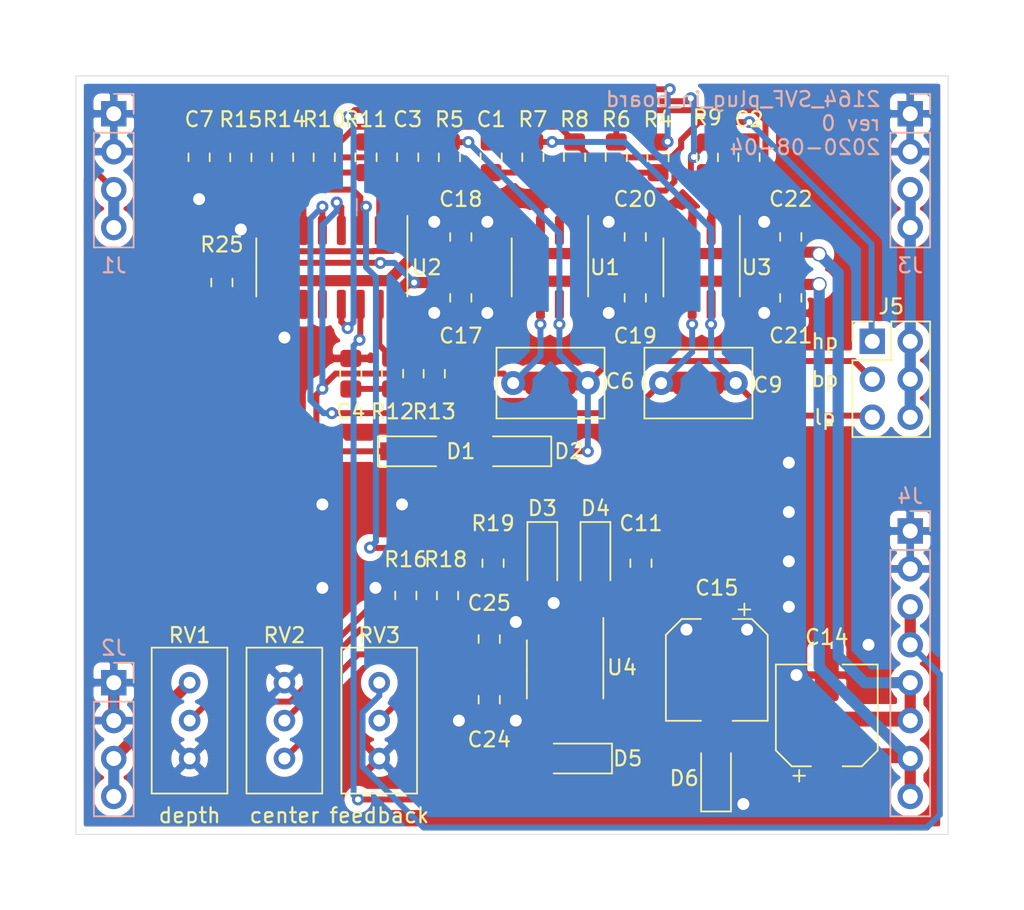
<source format=kicad_pcb>
(kicad_pcb (version 20171130) (host pcbnew 5.1.6-c6e7f7d~87~ubuntu18.04.1)
  (title_block (title "2164 SVF plug-in board") (date 2020-08-04) (rev 0) (comment 1 creativecommons.org/licenses/by/4.0/) (comment 2 "License: CC by 4.0") (comment 3 "Author: Jordan Aceto"))
  (layers (0 F.Cu signal) (31 B.Cu signal) (34 B.Paste user) (35 F.Paste user) (36 B.SilkS user) (37 F.SilkS user) (38 B.Mask user) (39 F.Mask user) (44 Edge.Cuts user))
  (net 0 "")
  (net 1 +12V)
  (net 2 GND)
  (net 3 -12V)
  (net 4 "Net-(C1-Pad2)")
  (net 5 "Net-(C2-Pad2)")
  (net 6 "Net-(C2-Pad1)")
  (net 7 "Net-(C3-Pad1)")
  (net 8 "Net-(C4-Pad1)")
  (net 9 /audio_path/low_pass_out)
  (net 10 /audio_path/band_pass_out)
  (net 11 "Net-(C7-Pad1)")
  (net 12 "Net-(C11-Pad2)")
  (net 13 /audio_path/Vfc_in)
  (net 14 "Net-(D1-Pad2)")
  (net 15 "Net-(D3-Pad1)")
  (net 16 /audio_path/Vrez_in)
  (net 17 /audio_path/filter_input)
  (net 18 /CV_path/FM_in)
  (net 19 /CV_path/resonance_CV_in)
  (net 20 /audio_path/high_pass_out)
  (net 21 "Net-(R10-Pad1)")
  (net 22 "Net-(R12-Pad2)")
  (net 23 "Net-(R14-Pad1)")
  (net 24 "Net-(R16-Pad2)")
  (net 25 "Net-(R25-Pad2)")
  (net 26 "Net-(U2-Pad12)")
  (net 27 "Net-(U2-Pad11)")
  (net 28 "Net-(C6-Pad2)")
  (net 29 "Net-(C9-Pad2)")
  (net 30 "Net-(D5-Pad2)")
  (net 31 "Net-(RV3-Pad2)")
  (net 32 "Net-(J3-Pad3)")
  (net 33 "Net-(R18-Pad2)")
  (module Connector_PinHeader_2.54mm:PinHeader_2x03_P2.54mm_Vertical (layer F.Cu) (at 144.78 83.82)
    (fp_text reference J5 (at 1.27 -2.33) (layer F.SilkS))
    (fp_text value mode_select_jumper)
    (pad 6 thru_hole oval (at 2.54 5.08) (size 1.7 1.7) (drill 1) (layers *.Cu *.Mask) (net 32 "Net-(J3-Pad3)"))
    (pad 5 thru_hole oval (at 0 5.08) (size 1.7 1.7) (drill 1) (layers *.Cu *.Mask) (net 9 /audio_path/low_pass_out))
    (pad 4 thru_hole oval (at 2.54 2.54) (size 1.7 1.7) (drill 1) (layers *.Cu *.Mask) (net 32 "Net-(J3-Pad3)"))
    (pad 3 thru_hole oval (at 0 2.54) (size 1.7 1.7) (drill 1) (layers *.Cu *.Mask) (net 10 /audio_path/band_pass_out))
    (pad 2 thru_hole oval (at 2.54 0) (size 1.7 1.7) (drill 1) (layers *.Cu *.Mask) (net 32 "Net-(J3-Pad3)"))
    (pad 1 thru_hole rect (at 0 0) (size 1.7 1.7) (drill 1) (layers *.Cu *.Mask) (net 20 /audio_path/high_pass_out))
  )
  (module Potentiometer_THT:Potentiometer_Bourns_3296W_Vertical (layer F.Cu) (at 111.76 111.76 270)
    (fp_text reference RV3 (at -8.255 0 180) (layer F.SilkS))
    (fp_text value 10k)
    (pad 3 thru_hole circle (at -5.08 0 270) (size 1.44 1.44) (drill 0.8) (layers *.Cu *.Mask) (net 19 /CV_path/resonance_CV_in))
    (pad 2 thru_hole circle (at -2.54 0 270) (size 1.44 1.44) (drill 0.8) (layers *.Cu *.Mask) (net 31 "Net-(RV3-Pad2)"))
    (pad 1 thru_hole circle (at 0 0 270) (size 1.44 1.44) (drill 0.8) (layers *.Cu *.Mask) (net 2 GND))
  )
  (module Potentiometer_THT:Potentiometer_Bourns_3296W_Vertical (layer F.Cu) (at 105.41 111.76 270)
    (fp_text reference RV2 (at -8.255 0 180) (layer F.SilkS))
    (fp_text value 10k)
    (pad 3 thru_hole circle (at -5.08 0 270) (size 1.44 1.44) (drill 0.8) (layers *.Cu *.Mask) (net 2 GND))
    (pad 2 thru_hole circle (at -2.54 0 270) (size 1.44 1.44) (drill 0.8) (layers *.Cu *.Mask) (net 33 "Net-(R18-Pad2)"))
    (pad 1 thru_hole circle (at 0 0 270) (size 1.44 1.44) (drill 0.8) (layers *.Cu *.Mask) (net 3 -12V))
  )
  (module Potentiometer_THT:Potentiometer_Bourns_3296W_Vertical (layer F.Cu) (at 99.06 111.76 270)
    (fp_text reference RV1 (at -8.255 0 180) (layer F.SilkS))
    (fp_text value 10k)
    (pad 3 thru_hole circle (at -5.08 0 270) (size 1.44 1.44) (drill 0.8) (layers *.Cu *.Mask) (net 18 /CV_path/FM_in))
    (pad 2 thru_hole circle (at -2.54 0 270) (size 1.44 1.44) (drill 0.8) (layers *.Cu *.Mask) (net 24 "Net-(R16-Pad2)"))
    (pad 1 thru_hole circle (at 0 0 270) (size 1.44 1.44) (drill 0.8) (layers *.Cu *.Mask) (net 2 GND))
  )
  (module Connector_PinHeader_2.54mm:PinHeader_1x08_P2.54mm_Vertical (layer B.Cu) (at 147.32 96.52 180)
    (fp_text reference J4 (at 0 2.33) (layer B.SilkS) (effects (justify mirror)))
    (fp_text value feedback_CV_and_PS)
    (pad 8 thru_hole oval (at 0 -17.78 180) (size 1.7 1.7) (drill 1) (layers *.Cu *.Mask) (net 1 +12V))
    (pad 7 thru_hole oval (at 0 -15.24 180) (size 1.7 1.7) (drill 1) (layers *.Cu *.Mask) (net 1 +12V))
    (pad 6 thru_hole oval (at 0 -12.7 180) (size 1.7 1.7) (drill 1) (layers *.Cu *.Mask) (net 3 -12V))
    (pad 5 thru_hole oval (at 0 -10.16 180) (size 1.7 1.7) (drill 1) (layers *.Cu *.Mask) (net 3 -12V))
    (pad 4 thru_hole oval (at 0 -7.62 180) (size 1.7 1.7) (drill 1) (layers *.Cu *.Mask) (net 19 /CV_path/resonance_CV_in))
    (pad 3 thru_hole oval (at 0 -5.08 180) (size 1.7 1.7) (drill 1) (layers *.Cu *.Mask) (net 19 /CV_path/resonance_CV_in))
    (pad 2 thru_hole oval (at 0 -2.54 180) (size 1.7 1.7) (drill 1) (layers *.Cu *.Mask) (net 2 GND))
    (pad 1 thru_hole rect (at 0 0 180) (size 1.7 1.7) (drill 1) (layers *.Cu *.Mask) (net 2 GND))
  )
  (module Connector_PinHeader_2.54mm:PinHeader_1x04_P2.54mm_Vertical (layer B.Cu) (at 147.32 68.58 180)
    (fp_text reference J3 (at 0 -10.16) (layer B.SilkS) (effects (justify mirror)))
    (fp_text value signal_output)
    (pad 4 thru_hole oval (at 0 -7.62 180) (size 1.7 1.7) (drill 1) (layers *.Cu *.Mask) (net 32 "Net-(J3-Pad3)"))
    (pad 3 thru_hole oval (at 0 -5.08 180) (size 1.7 1.7) (drill 1) (layers *.Cu *.Mask) (net 32 "Net-(J3-Pad3)"))
    (pad 2 thru_hole oval (at 0 -2.54 180) (size 1.7 1.7) (drill 1) (layers *.Cu *.Mask) (net 2 GND))
    (pad 1 thru_hole rect (at 0 0 180) (size 1.7 1.7) (drill 1) (layers *.Cu *.Mask) (net 2 GND))
  )
  (module Connector_PinHeader_2.54mm:PinHeader_1x04_P2.54mm_Vertical (layer B.Cu) (at 93.98 106.68 180)
    (fp_text reference J2 (at 0 2.33) (layer B.SilkS) (effects (justify mirror)))
    (fp_text value cutoff_CV_input)
    (pad 4 thru_hole oval (at 0 -7.62 180) (size 1.7 1.7) (drill 1) (layers *.Cu *.Mask) (net 18 /CV_path/FM_in))
    (pad 3 thru_hole oval (at 0 -5.08 180) (size 1.7 1.7) (drill 1) (layers *.Cu *.Mask) (net 18 /CV_path/FM_in))
    (pad 2 thru_hole oval (at 0 -2.54 180) (size 1.7 1.7) (drill 1) (layers *.Cu *.Mask) (net 2 GND))
    (pad 1 thru_hole rect (at 0 0 180) (size 1.7 1.7) (drill 1) (layers *.Cu *.Mask) (net 2 GND))
  )
  (module Connector_PinHeader_2.54mm:PinHeader_1x04_P2.54mm_Vertical (layer B.Cu) (at 93.98 68.58 180)
    (fp_text reference J1 (at 0 -10.16) (layer B.SilkS) (effects (justify mirror)))
    (fp_text value signal_input)
    (pad 4 thru_hole oval (at 0 -7.62 180) (size 1.7 1.7) (drill 1) (layers *.Cu *.Mask) (net 17 /audio_path/filter_input))
    (pad 3 thru_hole oval (at 0 -5.08 180) (size 1.7 1.7) (drill 1) (layers *.Cu *.Mask) (net 17 /audio_path/filter_input))
    (pad 2 thru_hole oval (at 0 -2.54 180) (size 1.7 1.7) (drill 1) (layers *.Cu *.Mask) (net 2 GND))
    (pad 1 thru_hole rect (at 0 0 180) (size 1.7 1.7) (drill 1) (layers *.Cu *.Mask) (net 2 GND))
  )
  (module Capacitor_SMD:CP_Elec_6.3x5.4_Nichicon (layer F.Cu) (at 134.366 105.824 270)
    (fp_text reference C15 (at -5.494 0 180) (layer F.SilkS))
    (fp_text value 10uF)
    (pad 2 smd roundrect (at 2.7 0 270) (size 3.5 1.6) (layers F.Cu F.Paste F.Mask) (roundrect_rratio 0.15625) (net 3 -12V))
    (pad 1 smd roundrect (at -2.7 0 270) (size 3.5 1.6) (layers F.Cu F.Paste F.Mask) (roundrect_rratio 0.15625) (net 2 GND))
  )
  (module Capacitor_SMD:CP_Elec_6.3x5.4_Nichicon (layer F.Cu) (at 141.732 108.872 90)
    (fp_text reference C14 (at 5.24 0 180) (layer F.SilkS))
    (fp_text value 10uF)
    (pad 2 smd roundrect (at 2.7 0 90) (size 3.5 1.6) (layers F.Cu F.Paste F.Mask) (roundrect_rratio 0.15625) (net 2 GND))
    (pad 1 smd roundrect (at -2.7 0 90) (size 3.5 1.6) (layers F.Cu F.Paste F.Mask) (roundrect_rratio 0.15625) (net 1 +12V))
  )
  (module svf_footprints:timing_cap_dual_fp (layer F.Cu) (at 135.636 86.614 180)
    (fp_text reference C9 (at -2.159 -0.127) (layer F.SilkS))
    (fp_text value 220pF)
    (fp_poly (pts (xy 0.889 0.508) (xy 0.508 0.508) (xy 0.508 -0.4445) (xy 0.889 -0.4445)) (layer F.Cu) (width 0.1))
    (fp_poly (pts (xy 4.445 0.508) (xy 4.064 0.508) (xy 4.064 -0.4445) (xy 4.445 -0.4445)) (layer F.Cu) (width 0.1))
    (pad 2 smd roundrect (at 3.556 0 180) (size 1.27 1.524) (layers F.Cu F.Paste F.Mask) (net 29 "Net-(C9-Pad2)"))
    (pad 1 smd roundrect (at 1.4605 0 180) (size 1.27 1.524) (layers F.Cu F.Paste F.Mask) (net 9 /audio_path/low_pass_out))
    (pad 2 thru_hole circle (at 5 0 180) (size 1.6 1.6) (drill 0.8) (layers *.Cu *.Mask) (net 29 "Net-(C9-Pad2)"))
    (pad 1 thru_hole circle (at 0 0 180) (size 1.6 1.6) (drill 0.8) (layers *.Cu *.Mask) (net 9 /audio_path/low_pass_out))
  )
  (module svf_footprints:timing_cap_dual_fp (layer F.Cu) (at 125.73 86.614 180)
    (fp_text reference C6 (at -2.159 0.127) (layer F.SilkS))
    (fp_text value 220pF)
    (fp_poly (pts (xy 0.889 0.508) (xy 0.508 0.508) (xy 0.508 -0.4445) (xy 0.889 -0.4445)) (layer F.Cu) (width 0.1))
    (fp_poly (pts (xy 4.445 0.508) (xy 4.064 0.508) (xy 4.064 -0.4445) (xy 4.445 -0.4445)) (layer F.Cu) (width 0.1))
    (pad 2 smd roundrect (at 3.556 0 180) (size 1.27 1.524) (layers F.Cu F.Paste F.Mask) (net 28 "Net-(C6-Pad2)"))
    (pad 1 smd roundrect (at 1.4605 0 180) (size 1.27 1.524) (layers F.Cu F.Paste F.Mask) (net 10 /audio_path/band_pass_out))
    (pad 2 thru_hole circle (at 5 0 180) (size 1.6 1.6) (drill 0.8) (layers *.Cu *.Mask) (net 28 "Net-(C6-Pad2)"))
    (pad 1 thru_hole circle (at 0 0 180) (size 1.6 1.6) (drill 0.8) (layers *.Cu *.Mask) (net 10 /audio_path/band_pass_out))
  )
  (module Package_SO:SOIC-8_3.9x4.9mm_P1.27mm (layer F.Cu) (at 124.206 105.791 270)
    (fp_text reference U4 (at -0.127 -3.81) (layer F.SilkS))
    (fp_text value TL072)
    (pad 8 smd roundrect (at 2.475 -1.905 270) (size 1.95 0.6) (layers F.Cu F.Paste F.Mask) (net 1 +12V))
    (pad 7 smd roundrect (at 2.475 -0.635 270) (size 1.95 0.6) (layers F.Cu F.Paste F.Mask) (net 30 "Net-(D5-Pad2)"))
    (pad 6 smd roundrect (at 2.475 0.635 270) (size 1.95 0.6) (layers F.Cu F.Paste F.Mask) (net 30 "Net-(D5-Pad2)"))
    (pad 5 smd roundrect (at 2.475 1.905 270) (size 1.95 0.6) (layers F.Cu F.Paste F.Mask) (net 31 "Net-(RV3-Pad2)"))
    (pad 4 smd roundrect (at -2.475 1.905 270) (size 1.95 0.6) (layers F.Cu F.Paste F.Mask) (net 3 -12V))
    (pad 3 smd roundrect (at -2.475 0.635 270) (size 1.95 0.6) (layers F.Cu F.Paste F.Mask) (net 2 GND))
    (pad 2 smd roundrect (at -2.475 -0.635 270) (size 1.95 0.6) (layers F.Cu F.Paste F.Mask) (net 12 "Net-(C11-Pad2)"))
    (pad 1 smd roundrect (at -2.475 -1.905 270) (size 1.95 0.6) (layers F.Cu F.Paste F.Mask) (net 15 "Net-(D3-Pad1)"))
  )
  (module Package_SO:SOIC-8_3.9x4.9mm_P1.27mm (layer F.Cu) (at 133.35 78.867 270)
    (fp_text reference U3 (at 0 -3.683 180) (layer F.SilkS))
    (fp_text value TL072)
    (pad 8 smd roundrect (at 2.475 -1.905 270) (size 1.95 0.6) (layers F.Cu F.Paste F.Mask) (net 1 +12V))
    (pad 7 smd roundrect (at 2.475 -0.635 270) (size 1.95 0.6) (layers F.Cu F.Paste F.Mask) (net 9 /audio_path/low_pass_out))
    (pad 6 smd roundrect (at 2.475 0.635 270) (size 1.95 0.6) (layers F.Cu F.Paste F.Mask) (net 29 "Net-(C9-Pad2)"))
    (pad 5 smd roundrect (at 2.475 1.905 270) (size 1.95 0.6) (layers F.Cu F.Paste F.Mask) (net 2 GND))
    (pad 4 smd roundrect (at -2.475 1.905 270) (size 1.95 0.6) (layers F.Cu F.Paste F.Mask) (net 3 -12V))
    (pad 3 smd roundrect (at -2.475 0.635 270) (size 1.95 0.6) (layers F.Cu F.Paste F.Mask) (net 2 GND))
    (pad 2 smd roundrect (at -2.475 -0.635 270) (size 1.95 0.6) (layers F.Cu F.Paste F.Mask) (net 6 "Net-(C2-Pad1)"))
    (pad 1 smd roundrect (at -2.475 -1.905 270) (size 1.95 0.6) (layers F.Cu F.Paste F.Mask) (net 5 "Net-(C2-Pad2)"))
  )
  (module Package_SO:SOIC-16_3.9x9.9mm_P1.27mm (layer F.Cu) (at 108.585 78.867 270)
    (fp_text reference U2 (at 0 -6.35 180) (layer F.SilkS))
    (fp_text value SSM2164)
    (pad 16 smd roundrect (at 2.475 -4.445 270) (size 1.95 0.6) (layers F.Cu F.Paste F.Mask) (net 1 +12V))
    (pad 15 smd roundrect (at 2.475 -3.175 270) (size 1.95 0.6) (layers F.Cu F.Paste F.Mask) (net 22 "Net-(R12-Pad2)"))
    (pad 14 smd roundrect (at 2.475 -1.905 270) (size 1.95 0.6) (layers F.Cu F.Paste F.Mask) (net 16 /audio_path/Vrez_in))
    (pad 13 smd roundrect (at 2.475 -0.635 270) (size 1.95 0.6) (layers F.Cu F.Paste F.Mask) (net 6 "Net-(C2-Pad1)"))
    (pad 12 smd roundrect (at 2.475 0.635 270) (size 1.95 0.6) (layers F.Cu F.Paste F.Mask) (net 26 "Net-(U2-Pad12)"))
    (pad 11 smd roundrect (at 2.475 1.905 270) (size 1.95 0.6) (layers F.Cu F.Paste F.Mask) (net 27 "Net-(U2-Pad11)"))
    (pad 10 smd roundrect (at 2.475 3.175 270) (size 1.95 0.6) (layers F.Cu F.Paste F.Mask) (net 2 GND))
    (pad 9 smd roundrect (at 2.475 4.445 270) (size 1.95 0.6) (layers F.Cu F.Paste F.Mask) (net 3 -12V))
    (pad 8 smd roundrect (at -2.475 4.445 270) (size 1.95 0.6) (layers F.Cu F.Paste F.Mask) (net 2 GND))
    (pad 7 smd roundrect (at -2.475 3.175 270) (size 1.95 0.6) (layers F.Cu F.Paste F.Mask) (net 23 "Net-(R14-Pad1)"))
    (pad 6 smd roundrect (at -2.475 1.905 270) (size 1.95 0.6) (layers F.Cu F.Paste F.Mask) (net 13 /audio_path/Vfc_in))
    (pad 5 smd roundrect (at -2.475 0.635 270) (size 1.95 0.6) (layers F.Cu F.Paste F.Mask) (net 29 "Net-(C9-Pad2)"))
    (pad 4 smd roundrect (at -2.475 -0.635 270) (size 1.95 0.6) (layers F.Cu F.Paste F.Mask) (net 28 "Net-(C6-Pad2)"))
    (pad 3 smd roundrect (at -2.475 -1.905 270) (size 1.95 0.6) (layers F.Cu F.Paste F.Mask) (net 13 /audio_path/Vfc_in))
    (pad 2 smd roundrect (at -2.475 -3.175 270) (size 1.95 0.6) (layers F.Cu F.Paste F.Mask) (net 21 "Net-(R10-Pad1)"))
    (pad 1 smd roundrect (at -2.475 -4.445 270) (size 1.95 0.6) (layers F.Cu F.Paste F.Mask) (net 25 "Net-(R25-Pad2)"))
  )
  (module Package_SO:SOIC-8_3.9x4.9mm_P1.27mm (layer F.Cu) (at 123.19 78.867 270)
    (fp_text reference U1 (at 0 -3.683 180) (layer F.SilkS))
    (fp_text value TL072)
    (pad 8 smd roundrect (at 2.475 -1.905 270) (size 1.95 0.6) (layers F.Cu F.Paste F.Mask) (net 1 +12V))
    (pad 7 smd roundrect (at 2.475 -0.635 270) (size 1.95 0.6) (layers F.Cu F.Paste F.Mask) (net 10 /audio_path/band_pass_out))
    (pad 6 smd roundrect (at 2.475 0.635 270) (size 1.95 0.6) (layers F.Cu F.Paste F.Mask) (net 28 "Net-(C6-Pad2)"))
    (pad 5 smd roundrect (at 2.475 1.905 270) (size 1.95 0.6) (layers F.Cu F.Paste F.Mask) (net 2 GND))
    (pad 4 smd roundrect (at -2.475 1.905 270) (size 1.95 0.6) (layers F.Cu F.Paste F.Mask) (net 3 -12V))
    (pad 3 smd roundrect (at -2.475 0.635 270) (size 1.95 0.6) (layers F.Cu F.Paste F.Mask) (net 2 GND))
    (pad 2 smd roundrect (at -2.475 -0.635 270) (size 1.95 0.6) (layers F.Cu F.Paste F.Mask) (net 4 "Net-(C1-Pad2)"))
    (pad 1 smd roundrect (at -2.475 -1.905 270) (size 1.95 0.6) (layers F.Cu F.Paste F.Mask) (net 20 /audio_path/high_pass_out))
  )
  (module Resistor_SMD:R_0805_2012Metric_Pad1.15x1.40mm_HandSolder (layer F.Cu) (at 101.219 79.883 90)
    (fp_text reference R25 (at 2.54 0 180) (layer F.SilkS))
    (fp_text value opt)
    (pad 2 smd roundrect (at 1.025 0 90) (size 1.15 1.4) (layers F.Cu F.Paste F.Mask) (roundrect_rratio 0.217391) (net 25 "Net-(R25-Pad2)"))
    (pad 1 smd roundrect (at -1.025 0 90) (size 1.15 1.4) (layers F.Cu F.Paste F.Mask) (roundrect_rratio 0.217391) (net 1 +12V))
  )
  (module Resistor_SMD:R_0805_2012Metric_Pad1.15x1.40mm_HandSolder (layer F.Cu) (at 119.38 98.679 270)
    (fp_text reference R19 (at -2.667 0) (layer F.SilkS))
    (fp_text value 22k)
    (pad 2 smd roundrect (at 1.025 0 270) (size 1.15 1.4) (layers F.Cu F.Paste F.Mask) (roundrect_rratio 0.217391) (net 12 "Net-(C11-Pad2)"))
    (pad 1 smd roundrect (at -1.025 0 270) (size 1.15 1.4) (layers F.Cu F.Paste F.Mask) (roundrect_rratio 0.217391) (net 13 /audio_path/Vfc_in))
  )
  (module Resistor_SMD:R_0805_2012Metric_Pad1.15x1.40mm_HandSolder (layer F.Cu) (at 116.332 100.847 270)
    (fp_text reference R18 (at -2.422 0.127 180) (layer F.SilkS))
    (fp_text value 68k)
    (pad 2 smd roundrect (at 1.025 0 270) (size 1.15 1.4) (layers F.Cu F.Paste F.Mask) (roundrect_rratio 0.217391) (net 33 "Net-(R18-Pad2)"))
    (pad 1 smd roundrect (at -1.025 0 270) (size 1.15 1.4) (layers F.Cu F.Paste F.Mask) (roundrect_rratio 0.217391) (net 12 "Net-(C11-Pad2)"))
  )
  (module Resistor_SMD:R_0805_2012Metric_Pad1.15x1.40mm_HandSolder (layer F.Cu) (at 113.538 100.838 270)
    (fp_text reference R16 (at -2.413 0 180) (layer F.SilkS))
    (fp_text value 20k)
    (pad 2 smd roundrect (at 1.025 0 270) (size 1.15 1.4) (layers F.Cu F.Paste F.Mask) (roundrect_rratio 0.217391) (net 24 "Net-(R16-Pad2)"))
    (pad 1 smd roundrect (at -1.025 0 270) (size 1.15 1.4) (layers F.Cu F.Paste F.Mask) (roundrect_rratio 0.217391) (net 12 "Net-(C11-Pad2)"))
  )
  (module Resistor_SMD:R_0805_2012Metric_Pad1.15x1.40mm_HandSolder (layer F.Cu) (at 102.489 71.501 270)
    (fp_text reference R15 (at -2.54 0 180) (layer F.SilkS))
    (fp_text value 510)
    (pad 2 smd roundrect (at 1.025 0 270) (size 1.15 1.4) (layers F.Cu F.Paste F.Mask) (roundrect_rratio 0.217391) (net 23 "Net-(R14-Pad1)"))
    (pad 1 smd roundrect (at -1.025 0 270) (size 1.15 1.4) (layers F.Cu F.Paste F.Mask) (roundrect_rratio 0.217391) (net 11 "Net-(C7-Pad1)"))
  )
  (module Resistor_SMD:R_0805_2012Metric_Pad1.15x1.40mm_HandSolder (layer F.Cu) (at 105.283 71.492 90)
    (fp_text reference R14 (at 2.54 0.127 180) (layer F.SilkS))
    (fp_text value 30k)
    (pad 2 smd roundrect (at 1.025 0 90) (size 1.15 1.4) (layers F.Cu F.Paste F.Mask) (roundrect_rratio 0.217391) (net 10 /audio_path/band_pass_out))
    (pad 1 smd roundrect (at -1.025 0 90) (size 1.15 1.4) (layers F.Cu F.Paste F.Mask) (roundrect_rratio 0.217391) (net 23 "Net-(R14-Pad1)"))
  )
  (module Resistor_SMD:R_0805_2012Metric_Pad1.15x1.40mm_HandSolder (layer F.Cu) (at 115.443 85.988 90)
    (fp_text reference R13 (at -2.54 0 180) (layer F.SilkS))
    (fp_text value 30k)
    (pad 2 smd roundrect (at 1.025 0 90) (size 1.15 1.4) (layers F.Cu F.Paste F.Mask) (roundrect_rratio 0.217391) (net 22 "Net-(R12-Pad2)"))
    (pad 1 smd roundrect (at -1.025 0 90) (size 1.15 1.4) (layers F.Cu F.Paste F.Mask) (roundrect_rratio 0.217391) (net 10 /audio_path/band_pass_out))
  )
  (module Resistor_SMD:R_0805_2012Metric_Pad1.15x1.40mm_HandSolder (layer F.Cu) (at 112.649 85.979 90)
    (fp_text reference R12 (at -2.54 0 180) (layer F.SilkS))
    (fp_text value 510)
    (pad 2 smd roundrect (at 1.025 0 90) (size 1.15 1.4) (layers F.Cu F.Paste F.Mask) (roundrect_rratio 0.217391) (net 22 "Net-(R12-Pad2)"))
    (pad 1 smd roundrect (at -1.025 0 90) (size 1.15 1.4) (layers F.Cu F.Paste F.Mask) (roundrect_rratio 0.217391) (net 8 "Net-(C4-Pad1)"))
  )
  (module Resistor_SMD:R_0805_2012Metric_Pad1.15x1.40mm_HandSolder (layer F.Cu) (at 110.871 71.492 270)
    (fp_text reference R11 (at -2.54 0 180) (layer F.SilkS))
    (fp_text value 510)
    (pad 2 smd roundrect (at 1.025 0 270) (size 1.15 1.4) (layers F.Cu F.Paste F.Mask) (roundrect_rratio 0.217391) (net 21 "Net-(R10-Pad1)"))
    (pad 1 smd roundrect (at -1.025 0 270) (size 1.15 1.4) (layers F.Cu F.Paste F.Mask) (roundrect_rratio 0.217391) (net 7 "Net-(C3-Pad1)"))
  )
  (module Resistor_SMD:R_0805_2012Metric_Pad1.15x1.40mm_HandSolder (layer F.Cu) (at 108.077 71.492 90)
    (fp_text reference R10 (at 2.54 0 180) (layer F.SilkS))
    (fp_text value 30k)
    (pad 2 smd roundrect (at 1.025 0 90) (size 1.15 1.4) (layers F.Cu F.Paste F.Mask) (roundrect_rratio 0.217391) (net 20 /audio_path/high_pass_out))
    (pad 1 smd roundrect (at -1.025 0 90) (size 1.15 1.4) (layers F.Cu F.Paste F.Mask) (roundrect_rratio 0.217391) (net 21 "Net-(R10-Pad1)"))
  )
  (module Resistor_SMD:R_0805_2012Metric_Pad1.15x1.40mm_HandSolder (layer F.Cu) (at 133.731 71.501 270)
    (fp_text reference R9 (at -2.667 0 180) (layer F.SilkS))
    (fp_text value 30k)
    (pad 2 smd roundrect (at 1.025 0 270) (size 1.15 1.4) (layers F.Cu F.Paste F.Mask) (roundrect_rratio 0.217391) (net 5 "Net-(C2-Pad2)"))
    (pad 1 smd roundrect (at -1.025 0 270) (size 1.15 1.4) (layers F.Cu F.Paste F.Mask) (roundrect_rratio 0.217391) (net 6 "Net-(C2-Pad1)"))
  )
  (module Resistor_SMD:R_0805_2012Metric_Pad1.15x1.40mm_HandSolder (layer F.Cu) (at 124.841 71.492 270)
    (fp_text reference R8 (at -2.54 0 180) (layer F.SilkS))
    (fp_text value 30k)
    (pad 2 smd roundrect (at 1.025 0 270) (size 1.15 1.4) (layers F.Cu F.Paste F.Mask) (roundrect_rratio 0.217391) (net 4 "Net-(C1-Pad2)"))
    (pad 1 smd roundrect (at -1.025 0 270) (size 1.15 1.4) (layers F.Cu F.Paste F.Mask) (roundrect_rratio 0.217391) (net 20 /audio_path/high_pass_out))
  )
  (module Resistor_SMD:R_0805_2012Metric_Pad1.15x1.40mm_HandSolder (layer F.Cu) (at 122.047 71.492 270)
    (fp_text reference R7 (at -2.54 0 180) (layer F.SilkS))
    (fp_text value 30k)
    (pad 2 smd roundrect (at 1.025 0 270) (size 1.15 1.4) (layers F.Cu F.Paste F.Mask) (roundrect_rratio 0.217391) (net 4 "Net-(C1-Pad2)"))
    (pad 1 smd roundrect (at -1.025 0 270) (size 1.15 1.4) (layers F.Cu F.Paste F.Mask) (roundrect_rratio 0.217391) (net 9 /audio_path/low_pass_out))
  )
  (module Resistor_SMD:R_0805_2012Metric_Pad1.15x1.40mm_HandSolder (layer F.Cu) (at 127.635 71.492 270)
    (fp_text reference R6 (at -2.54 0 180) (layer F.SilkS))
    (fp_text value 15k)
    (pad 2 smd roundrect (at 1.025 0 270) (size 1.15 1.4) (layers F.Cu F.Paste F.Mask) (roundrect_rratio 0.217391) (net 4 "Net-(C1-Pad2)"))
    (pad 1 smd roundrect (at -1.025 0 270) (size 1.15 1.4) (layers F.Cu F.Paste F.Mask) (roundrect_rratio 0.217391) (net 5 "Net-(C2-Pad2)"))
  )
  (module Resistor_SMD:R_0805_2012Metric_Pad1.15x1.40mm_HandSolder (layer F.Cu) (at 116.459 71.501 270)
    (fp_text reference R5 (at -2.54 0 180) (layer F.SilkS))
    (fp_text value 150k)
    (pad 2 smd roundrect (at 1.025 0 270) (size 1.15 1.4) (layers F.Cu F.Paste F.Mask) (roundrect_rratio 0.217391) (net 4 "Net-(C1-Pad2)"))
    (pad 1 smd roundrect (at -1.025 0 270) (size 1.15 1.4) (layers F.Cu F.Paste F.Mask) (roundrect_rratio 0.217391) (net 10 /audio_path/band_pass_out))
  )
  (module Resistor_SMD:R_0805_2012Metric_Pad1.15x1.40mm_HandSolder (layer F.Cu) (at 130.429 71.501 90)
    (fp_text reference R4 (at 2.54 0 180) (layer F.SilkS))
    (fp_text value 30k)
    (pad 2 smd roundrect (at 1.025 0 90) (size 1.15 1.4) (layers F.Cu F.Paste F.Mask) (roundrect_rratio 0.217391) (net 17 /audio_path/filter_input))
    (pad 1 smd roundrect (at -1.025 0 90) (size 1.15 1.4) (layers F.Cu F.Paste F.Mask) (roundrect_rratio 0.217391) (net 4 "Net-(C1-Pad2)"))
  )
  (module Diode_SMD:D_SOD-123 (layer F.Cu) (at 134.3152 113.0544 90)
    (fp_text reference D6 (at -0.0264 -2.1336 180) (layer F.SilkS))
    (fp_text value BAT48)
    (pad 2 smd rect (at 1.65 0 90) (size 0.9 1.2) (layers F.Cu F.Paste F.Mask) (net 3 -12V))
    (pad 1 smd rect (at -1.65 0 90) (size 0.9 1.2) (layers F.Cu F.Paste F.Mask) (net 2 GND))
  )
  (module Diode_SMD:D_SOD-123 (layer F.Cu) (at 125.096 111.76 180)
    (fp_text reference D5 (at -3.302 0) (layer F.SilkS))
    (fp_text value BAT48)
    (pad 2 smd rect (at 1.65 0 180) (size 0.9 1.2) (layers F.Cu F.Paste F.Mask) (net 30 "Net-(D5-Pad2)"))
    (pad 1 smd rect (at -1.65 0 180) (size 0.9 1.2) (layers F.Cu F.Paste F.Mask) (net 16 /audio_path/Vrez_in))
  )
  (module Diode_SMD:D_SOD-123 (layer F.Cu) (at 126.238 98.171 270)
    (fp_text reference D4 (at -3.175 0) (layer F.SilkS))
    (fp_text value 1N4148W)
    (pad 2 smd rect (at 1.65 0 270) (size 0.9 1.2) (layers F.Cu F.Paste F.Mask) (net 15 "Net-(D3-Pad1)"))
    (pad 1 smd rect (at -1.65 0 270) (size 0.9 1.2) (layers F.Cu F.Paste F.Mask) (net 13 /audio_path/Vfc_in))
  )
  (module Diode_SMD:D_SOD-123 (layer F.Cu) (at 122.682 98.171 270)
    (fp_text reference D3 (at -3.175 0) (layer F.SilkS))
    (fp_text value 1N4148W)
    (pad 2 smd rect (at 1.65 0 270) (size 0.9 1.2) (layers F.Cu F.Paste F.Mask) (net 12 "Net-(C11-Pad2)"))
    (pad 1 smd rect (at -1.65 0 270) (size 0.9 1.2) (layers F.Cu F.Paste F.Mask) (net 15 "Net-(D3-Pad1)"))
  )
  (module Diode_SMD:D_SOD-123 (layer F.Cu) (at 121.03 91.186 180)
    (fp_text reference D2 (at -3.43 0 180) (layer F.SilkS))
    (fp_text value 6z2)
    (pad 2 smd rect (at 1.65 0 180) (size 0.9 1.2) (layers F.Cu F.Paste F.Mask) (net 14 "Net-(D1-Pad2)"))
    (pad 1 smd rect (at -1.65 0 180) (size 0.9 1.2) (layers F.Cu F.Paste F.Mask) (net 10 /audio_path/band_pass_out))
  )
  (module Diode_SMD:D_SOD-123 (layer F.Cu) (at 113.92 91.186)
    (fp_text reference D1 (at 3.302 0 180) (layer F.SilkS))
    (fp_text value 6z2)
    (pad 2 smd rect (at 1.65 0) (size 0.9 1.2) (layers F.Cu F.Paste F.Mask) (net 14 "Net-(D1-Pad2)"))
    (pad 1 smd rect (at -1.65 0) (size 0.9 1.2) (layers F.Cu F.Paste F.Mask) (net 28 "Net-(C6-Pad2)"))
  )
  (module Capacitor_SMD:C_0805_2012Metric_Pad1.15x1.40mm_HandSolder (layer F.Cu) (at 119.126 103.759 270)
    (fp_text reference C25 (at -2.413 0) (layer F.SilkS))
    (fp_text value 100nF)
    (pad 2 smd roundrect (at 1.025 0 270) (size 1.15 1.4) (layers F.Cu F.Paste F.Mask) (roundrect_rratio 0.217391) (net 3 -12V))
    (pad 1 smd roundrect (at -1.025 0 270) (size 1.15 1.4) (layers F.Cu F.Paste F.Mask) (roundrect_rratio 0.217391) (net 2 GND))
  )
  (module Capacitor_SMD:C_0805_2012Metric_Pad1.15x1.40mm_HandSolder (layer F.Cu) (at 119.126 107.823 270)
    (fp_text reference C24 (at 2.667 0) (layer F.SilkS))
    (fp_text value 100nF)
    (pad 2 smd roundrect (at 1.025 0 270) (size 1.15 1.4) (layers F.Cu F.Paste F.Mask) (roundrect_rratio 0.217391) (net 2 GND))
    (pad 1 smd roundrect (at -1.025 0 270) (size 1.15 1.4) (layers F.Cu F.Paste F.Mask) (roundrect_rratio 0.217391) (net 1 +12V))
  )
  (module Capacitor_SMD:C_0805_2012Metric_Pad1.15x1.40mm_HandSolder (layer F.Cu) (at 139.319 76.826 270)
    (fp_text reference C22 (at -2.54 0 180) (layer F.SilkS))
    (fp_text value 100nF)
    (pad 2 smd roundrect (at 1.025 0 270) (size 1.15 1.4) (layers F.Cu F.Paste F.Mask) (roundrect_rratio 0.217391) (net 3 -12V))
    (pad 1 smd roundrect (at -1.025 0 270) (size 1.15 1.4) (layers F.Cu F.Paste F.Mask) (roundrect_rratio 0.217391) (net 2 GND))
  )
  (module Capacitor_SMD:C_0805_2012Metric_Pad1.15x1.40mm_HandSolder (layer F.Cu) (at 139.319 80.908 270)
    (fp_text reference C21 (at 2.531 0 180) (layer F.SilkS))
    (fp_text value 100nF)
    (pad 2 smd roundrect (at 1.025 0 270) (size 1.15 1.4) (layers F.Cu F.Paste F.Mask) (roundrect_rratio 0.217391) (net 2 GND))
    (pad 1 smd roundrect (at -1.025 0 270) (size 1.15 1.4) (layers F.Cu F.Paste F.Mask) (roundrect_rratio 0.217391) (net 1 +12V))
  )
  (module Capacitor_SMD:C_0805_2012Metric_Pad1.15x1.40mm_HandSolder (layer F.Cu) (at 128.905 76.826 270)
    (fp_text reference C20 (at -2.531 0 180) (layer F.SilkS))
    (fp_text value 100nF)
    (pad 2 smd roundrect (at 1.025 0 270) (size 1.15 1.4) (layers F.Cu F.Paste F.Mask) (roundrect_rratio 0.217391) (net 3 -12V))
    (pad 1 smd roundrect (at -1.025 0 270) (size 1.15 1.4) (layers F.Cu F.Paste F.Mask) (roundrect_rratio 0.217391) (net 2 GND))
  )
  (module Capacitor_SMD:C_0805_2012Metric_Pad1.15x1.40mm_HandSolder (layer F.Cu) (at 128.905 80.908 270)
    (fp_text reference C19 (at 2.54 0 180) (layer F.SilkS))
    (fp_text value 100nF)
    (pad 2 smd roundrect (at 1.025 0 270) (size 1.15 1.4) (layers F.Cu F.Paste F.Mask) (roundrect_rratio 0.217391) (net 2 GND))
    (pad 1 smd roundrect (at -1.025 0 270) (size 1.15 1.4) (layers F.Cu F.Paste F.Mask) (roundrect_rratio 0.217391) (net 1 +12V))
  )
  (module Capacitor_SMD:C_0805_2012Metric_Pad1.15x1.40mm_HandSolder (layer F.Cu) (at 117.221 76.835 270)
    (fp_text reference C18 (at -2.54 0 180) (layer F.SilkS))
    (fp_text value 100nF)
    (pad 2 smd roundrect (at 1.025 0 270) (size 1.15 1.4) (layers F.Cu F.Paste F.Mask) (roundrect_rratio 0.217391) (net 3 -12V))
    (pad 1 smd roundrect (at -1.025 0 270) (size 1.15 1.4) (layers F.Cu F.Paste F.Mask) (roundrect_rratio 0.217391) (net 2 GND))
  )
  (module Capacitor_SMD:C_0805_2012Metric_Pad1.15x1.40mm_HandSolder (layer F.Cu) (at 117.221 80.908 270)
    (fp_text reference C17 (at 2.54 0 180) (layer F.SilkS))
    (fp_text value 100nF)
    (pad 2 smd roundrect (at 1.025 0 270) (size 1.15 1.4) (layers F.Cu F.Paste F.Mask) (roundrect_rratio 0.217391) (net 2 GND))
    (pad 1 smd roundrect (at -1.025 0 270) (size 1.15 1.4) (layers F.Cu F.Paste F.Mask) (roundrect_rratio 0.217391) (net 1 +12V))
  )
  (module Capacitor_SMD:C_0805_2012Metric_Pad1.15x1.40mm_HandSolder (layer F.Cu) (at 129.286 98.679 270)
    (fp_text reference C11 (at -2.667 0) (layer F.SilkS))
    (fp_text value 100pF)
    (pad 2 smd roundrect (at 1.025 0 270) (size 1.15 1.4) (layers F.Cu F.Paste F.Mask) (roundrect_rratio 0.217391) (net 12 "Net-(C11-Pad2)"))
    (pad 1 smd roundrect (at -1.025 0 270) (size 1.15 1.4) (layers F.Cu F.Paste F.Mask) (roundrect_rratio 0.217391) (net 13 /audio_path/Vfc_in))
  )
  (module Capacitor_SMD:C_0805_2012Metric_Pad1.15x1.40mm_HandSolder (layer F.Cu) (at 99.695 71.492 270)
    (fp_text reference C7 (at -2.54 0 180) (layer F.SilkS))
    (fp_text value 560pF)
    (pad 2 smd roundrect (at 1.025 0 270) (size 1.15 1.4) (layers F.Cu F.Paste F.Mask) (roundrect_rratio 0.217391) (net 2 GND))
    (pad 1 smd roundrect (at -1.025 0 270) (size 1.15 1.4) (layers F.Cu F.Paste F.Mask) (roundrect_rratio 0.217391) (net 11 "Net-(C7-Pad1)"))
  )
  (module Capacitor_SMD:C_0805_2012Metric_Pad1.15x1.40mm_HandSolder (layer F.Cu) (at 109.855 85.988 90)
    (fp_text reference C4 (at -2.54 0 180) (layer F.SilkS))
    (fp_text value 560pF)
    (pad 2 smd roundrect (at 1.025 0 90) (size 1.15 1.4) (layers F.Cu F.Paste F.Mask) (roundrect_rratio 0.217391) (net 2 GND))
    (pad 1 smd roundrect (at -1.025 0 90) (size 1.15 1.4) (layers F.Cu F.Paste F.Mask) (roundrect_rratio 0.217391) (net 8 "Net-(C4-Pad1)"))
  )
  (module Capacitor_SMD:C_0805_2012Metric_Pad1.15x1.40mm_HandSolder (layer F.Cu) (at 113.665 71.492 270)
    (fp_text reference C3 (at -2.54 0 180) (layer F.SilkS))
    (fp_text value 560pF)
    (pad 2 smd roundrect (at 1.025 0 270) (size 1.15 1.4) (layers F.Cu F.Paste F.Mask) (roundrect_rratio 0.217391) (net 2 GND))
    (pad 1 smd roundrect (at -1.025 0 270) (size 1.15 1.4) (layers F.Cu F.Paste F.Mask) (roundrect_rratio 0.217391) (net 7 "Net-(C3-Pad1)"))
  )
  (module Capacitor_SMD:C_0805_2012Metric_Pad1.15x1.40mm_HandSolder (layer F.Cu) (at 136.525 71.492 270)
    (fp_text reference C2 (at -2.54 0 180) (layer F.SilkS))
    (fp_text value 100pF)
    (pad 2 smd roundrect (at 1.025 0 270) (size 1.15 1.4) (layers F.Cu F.Paste F.Mask) (roundrect_rratio 0.217391) (net 5 "Net-(C2-Pad2)"))
    (pad 1 smd roundrect (at -1.025 0 270) (size 1.15 1.4) (layers F.Cu F.Paste F.Mask) (roundrect_rratio 0.217391) (net 6 "Net-(C2-Pad1)"))
  )
  (module Capacitor_SMD:C_0805_2012Metric_Pad1.15x1.40mm_HandSolder (layer F.Cu) (at 119.253 71.492 270)
    (fp_text reference C1 (at -2.54 0 180) (layer F.SilkS))
    (fp_text value 47pF)
    (pad 2 smd roundrect (at 1.025 0 270) (size 1.15 1.4) (layers F.Cu F.Paste F.Mask) (roundrect_rratio 0.217391) (net 4 "Net-(C1-Pad2)"))
    (pad 1 smd roundrect (at -1.025 0 270) (size 1.15 1.4) (layers F.Cu F.Paste F.Mask) (roundrect_rratio 0.217391) (net 9 /audio_path/low_pass_out))
  )
  (gr_text "2164_SVF_plug_in_board\nrev 0\n2020-08-04" (at 145.415 69.215) (layer B.SilkS) (effects (font (size 1 1)) (justify left mirror)))
  (gr_text feedback (at 111.76 115.57) (layer F.SilkS) (effects (font (size 1 1))))
  (gr_text center (at 105.41 115.57) (layer F.SilkS) (effects (font (size 1 1))))
  (gr_text depth (at 99.06 115.57) (layer F.SilkS) (effects (font (size 1 1))))
  (gr_text lp (at 141.605 88.9) (layer F.SilkS) (effects (font (size 1 1))))
  (gr_text bp (at 141.605 86.36) (layer F.SilkS) (effects (font (size 1 1))))
  (gr_text hp (at 141.605 83.82) (layer F.SilkS) (effects (font (size 1 1))))
  (gr_line (start 149.86 66.04) (end 91.44 66.04) (layer Edge.Cuts) (width 0.05))
  (gr_line (start 149.86 116.84) (end 149.86 66.04) (layer Edge.Cuts) (width 0.05))
  (gr_line (start 91.44 116.84) (end 149.86 116.84) (layer Edge.Cuts) (width 0.05))
  (gr_line (start 91.44 66.04) (end 91.44 116.84) (layer Edge.Cuts) (width 0.05))
  (segment (start 128.99601 79.79199) (end 128.905 79.883) (width 0.75) (layer F.Cu) (net 1))
  (segment (start 117.31201 79.79199) (end 117.221 79.883) (width 0.75) (layer F.Cu) (net 1))
  (segment (start 128.905 79.883) (end 128.81399 79.79199) (width 0.75) (layer F.Cu) (net 1))
  (segment (start 125.095 81.342) (end 125.095 79.82798) (width 0.75) (layer F.Cu) (net 1))
  (segment (start 125.095 79.82798) (end 125.13099 79.79199) (width 0.75) (layer F.Cu) (net 1))
  (segment (start 128.81399 79.79199) (end 125.13099 79.79199) (width 0.75) (layer F.Cu) (net 1))
  (segment (start 125.13099 79.79199) (end 117.31201 79.79199) (width 0.75) (layer F.Cu) (net 1))
  (segment (start 135.255 80.01) (end 135.03699 79.79199) (width 0.75) (layer F.Cu) (net 1))
  (segment (start 135.255 81.342) (end 135.255 80.01) (width 0.75) (layer F.Cu) (net 1))
  (segment (start 139.22799 79.79199) (end 135.03699 79.79199) (width 0.75) (layer F.Cu) (net 1))
  (segment (start 135.03699 79.79199) (end 128.99601 79.79199) (width 0.75) (layer F.Cu) (net 1))
  (segment (start 147.32 111.76) (end 147.32 114.3) (width 0.75) (layer F.Cu) (net 1))
  (segment (start 147.132 111.572) (end 147.32 111.76) (width 1) (layer F.Cu) (net 1))
  (segment (start 141.732 111.572) (end 147.132 111.572) (width 1) (layer F.Cu) (net 1))
  (segment (start 119.20801 106.71599) (end 119.126 106.798) (width 0.75) (layer F.Cu) (net 1))
  (segment (start 133.255199 112.429401) (end 127.541788 106.71599) (width 0.75) (layer F.Cu) (net 1))
  (segment (start 141.732 111.572) (end 140.874599 112.429401) (width 0.75) (layer F.Cu) (net 1))
  (segment (start 140.874599 112.429401) (end 133.255199 112.429401) (width 0.75) (layer F.Cu) (net 1))
  (segment (start 126.111 107.0102) (end 125.81679 106.71599) (width 0.75) (layer F.Cu) (net 1))
  (segment (start 126.111 108.266) (end 126.111 107.0102) (width 0.75) (layer F.Cu) (net 1))
  (segment (start 127.541788 106.71599) (end 125.81679 106.71599) (width 0.75) (layer F.Cu) (net 1))
  (segment (start 125.81679 106.71599) (end 119.20801 106.71599) (width 0.75) (layer F.Cu) (net 1))
  (via (at 141.224 80.01) (size 1) (drill 0.8) (layers F.Cu B.Cu) (net 1))
  (segment (start 139.446 80.01) (end 139.319 79.883) (width 0.75) (layer F.Cu) (net 1))
  (segment (start 141.224 80.01) (end 139.446 80.01) (width 0.75) (layer F.Cu) (net 1))
  (segment (start 113.03 80.518) (end 113.03 81.342) (width 0.75) (layer F.Cu) (net 1))
  (segment (start 113.665 79.883) (end 113.03 80.518) (width 0.75) (layer F.Cu) (net 1))
  (via (at 111.8362 78.56702) (size 0.8) (drill 0.4) (layers F.Cu B.Cu) (net 1))
  (segment (start 117.221 79.883) (end 113.8428 79.883) (width 0.75) (layer F.Cu) (net 1))
  (segment (start 113.8428 79.883) (end 113.665 79.883) (width 0.75) (layer F.Cu) (net 1))
  (via (at 114.0968 79.883) (size 0.8) (drill 0.4) (layers F.Cu B.Cu) (net 1))
  (segment (start 111.8362 78.56702) (end 112.78082 78.56702) (width 0.4) (layer B.Cu) (net 1))
  (segment (start 113.8428 79.883) (end 114.0968 79.883) (width 0.4) (layer F.Cu) (net 1))
  (segment (start 112.78082 78.56702) (end 114.0968 79.883) (width 0.4) (layer B.Cu) (net 1))
  (segment (start 103.7336 78.5622) (end 111.83138 78.5622) (width 0.4) (layer F.Cu) (net 1))
  (segment (start 101.219 80.908) (end 101.3878 80.908) (width 0.4) (layer F.Cu) (net 1))
  (segment (start 111.83138 78.5622) (end 111.8362 78.56702) (width 0.4) (layer F.Cu) (net 1))
  (segment (start 101.3878 80.908) (end 103.7336 78.5622) (width 0.4) (layer F.Cu) (net 1))
  (segment (start 141.224 105.664) (end 141.224 80.01) (width 0.75) (layer B.Cu) (net 1))
  (segment (start 147.32 111.76) (end 141.224 105.664) (width 0.75) (layer B.Cu) (net 1))
  (via (at 118.999 75.819) (size 1) (drill 0.8) (layers F.Cu B.Cu) (net 2))
  (via (at 102.489 76.327) (size 1) (drill 0.8) (layers F.Cu B.Cu) (net 2))
  (via (at 127.127 75.819) (size 1) (drill 0.8) (layers F.Cu B.Cu) (net 2))
  (via (at 137.541 75.819) (size 1) (drill 0.8) (layers F.Cu B.Cu) (net 2))
  (via (at 137.541 81.915) (size 1) (drill 0.8) (layers F.Cu B.Cu) (net 2))
  (via (at 127.127 81.915) (size 1) (drill 0.8) (layers F.Cu B.Cu) (net 2))
  (via (at 118.999 81.915) (size 1) (drill 0.8) (layers F.Cu B.Cu) (net 2))
  (via (at 115.443 81.915) (size 1) (drill 0.8) (layers F.Cu B.Cu) (net 2))
  (via (at 115.443 75.819) (size 1) (drill 0.8) (layers F.Cu B.Cu) (net 2))
  (via (at 99.695 74.295) (size 1) (drill 0.8) (layers F.Cu B.Cu) (net 2))
  (segment (start 93.98 106.68) (end 93.98 109.22) (width 0.75) (layer F.Cu) (net 2))
  (via (at 120.904 102.616) (size 1) (drill 0.8) (layers F.Cu B.Cu) (net 2))
  (via (at 123.444 101.346) (size 1) (drill 0.8) (layers F.Cu B.Cu) (net 2))
  (via (at 117.094 109.22) (size 1) (drill 0.8) (layers F.Cu B.Cu) (net 2))
  (via (at 120.904 109.22) (size 1) (drill 0.8) (layers F.Cu B.Cu) (net 2))
  (via (at 136.144 114.808) (size 1) (drill 0.8) (layers F.Cu B.Cu) (net 2))
  (via (at 136.398 103.124) (size 1) (drill 0.8) (layers F.Cu B.Cu) (net 2))
  (via (at 132.334 103.124) (size 1) (drill 0.8) (layers F.Cu B.Cu) (net 2))
  (via (at 139.7 106.172) (size 1) (drill 0.8) (layers F.Cu B.Cu) (net 2))
  (via (at 113.284 94.742) (size 1) (drill 0.8) (layers F.Cu B.Cu) (net 2))
  (via (at 107.95 94.742) (size 1) (drill 0.8) (layers F.Cu B.Cu) (net 2))
  (via (at 105.41 83.566) (size 1) (drill 0.8) (layers F.Cu B.Cu) (net 2))
  (via (at 144.526 104.14) (size 1) (drill 0.8) (layers F.Cu B.Cu) (net 2))
  (via (at 139.192 101.6) (size 1) (drill 0.8) (layers F.Cu B.Cu) (net 2))
  (via (at 139.192 98.552) (size 1) (drill 0.8) (layers F.Cu B.Cu) (net 2))
  (via (at 139.192 95.25) (size 1) (drill 0.8) (layers F.Cu B.Cu) (net 2))
  (via (at 139.192 91.948) (size 1) (drill 0.8) (layers F.Cu B.Cu) (net 2))
  (via (at 111.506 100.33) (size 1) (drill 0.8) (layers F.Cu B.Cu) (net 2))
  (via (at 107.95 100.33) (size 1) (drill 0.8) (layers F.Cu B.Cu) (net 2))
  (segment (start 128.99601 77.94201) (end 128.905 77.851) (width 0.75) (layer F.Cu) (net 3))
  (segment (start 117.30301 77.94201) (end 117.221 77.86) (width 0.75) (layer F.Cu) (net 3))
  (segment (start 128.905 77.851) (end 128.81399 77.94201) (width 0.75) (layer F.Cu) (net 3))
  (segment (start 131.445 77.724) (end 131.66301 77.94201) (width 0.75) (layer F.Cu) (net 3))
  (segment (start 131.445 76.392) (end 131.445 77.724) (width 0.75) (layer F.Cu) (net 3))
  (segment (start 139.22799 77.94201) (end 131.66301 77.94201) (width 0.75) (layer F.Cu) (net 3))
  (segment (start 131.66301 77.94201) (end 128.99601 77.94201) (width 0.75) (layer F.Cu) (net 3))
  (segment (start 121.285 77.724) (end 121.06699 77.94201) (width 0.75) (layer F.Cu) (net 3))
  (segment (start 121.285 76.392) (end 121.285 77.724) (width 0.75) (layer F.Cu) (net 3))
  (segment (start 128.81399 77.94201) (end 121.06699 77.94201) (width 0.75) (layer F.Cu) (net 3))
  (segment (start 121.06699 77.94201) (end 117.30301 77.94201) (width 0.75) (layer F.Cu) (net 3))
  (segment (start 147.32 106.68) (end 147.32 109.22) (width 0.75) (layer F.Cu) (net 3))
  (segment (start 134.96399 109.12199) (end 134.366 108.524) (width 1) (layer F.Cu) (net 3))
  (segment (start 147.22199 109.12199) (end 134.96399 109.12199) (width 1) (layer F.Cu) (net 3))
  (segment (start 147.32 109.22) (end 147.22199 109.12199) (width 1) (layer F.Cu) (net 3))
  (segment (start 130.7236 108.524) (end 134.366 108.524) (width 0.75) (layer F.Cu) (net 3))
  (segment (start 119.126 104.784) (end 119.808021 105.466021) (width 0.75) (layer F.Cu) (net 3))
  (segment (start 127.665621 105.466021) (end 130.7236 108.524) (width 0.75) (layer F.Cu) (net 3))
  (segment (start 122.301 105.1814) (end 122.585621 105.466021) (width 0.75) (layer F.Cu) (net 3))
  (segment (start 122.301 103.316) (end 122.301 105.1814) (width 0.75) (layer F.Cu) (net 3))
  (segment (start 119.808021 105.466021) (end 122.585621 105.466021) (width 0.75) (layer F.Cu) (net 3))
  (segment (start 122.585621 105.466021) (end 127.665621 105.466021) (width 0.75) (layer F.Cu) (net 3))
  (segment (start 105.41 111.372398) (end 105.41 111.76) (width 0.4) (layer F.Cu) (net 3))
  (segment (start 134.3152 108.5748) (end 134.366 108.524) (width 0.75) (layer F.Cu) (net 3))
  (segment (start 134.3152 111.4044) (end 134.3152 108.5748) (width 0.75) (layer F.Cu) (net 3))
  (via (at 141.224 77.978) (size 1) (drill 0.8) (layers F.Cu B.Cu) (net 3))
  (segment (start 139.319 77.851) (end 141.097 77.851) (width 0.75) (layer F.Cu) (net 3))
  (segment (start 141.097 77.851) (end 141.224 77.978) (width 0.75) (layer F.Cu) (net 3))
  (segment (start 144.272 106.68) (end 147.32 106.68) (width 0.75) (layer B.Cu) (net 3))
  (segment (start 142.494 104.902) (end 144.272 106.68) (width 0.75) (layer B.Cu) (net 3))
  (segment (start 141.224 77.978) (end 142.494 79.248) (width 0.75) (layer B.Cu) (net 3))
  (segment (start 142.494 79.248) (end 142.494 104.902) (width 0.75) (layer B.Cu) (net 3))
  (segment (start 117.221 77.86) (end 114.286204 77.86) (width 0.75) (layer F.Cu) (net 3))
  (segment (start 104.751 79.756) (end 104.14 80.367) (width 0.75) (layer F.Cu) (net 3))
  (segment (start 114.286204 77.86) (end 112.390204 79.756) (width 0.75) (layer F.Cu) (net 3))
  (segment (start 112.390204 79.756) (end 104.751 79.756) (width 0.75) (layer F.Cu) (net 3))
  (segment (start 104.14 80.367) (end 104.14 81.342) (width 0.75) (layer F.Cu) (net 3))
  (segment (start 108.585 108.585) (end 105.41 111.76) (width 0.4) (layer F.Cu) (net 3))
  (segment (start 108.585 106.553) (end 108.585 108.585) (width 0.4) (layer F.Cu) (net 3))
  (segment (start 119.126 104.784) (end 110.354 104.784) (width 0.4) (layer F.Cu) (net 3))
  (segment (start 110.354 104.784) (end 108.585 106.553) (width 0.4) (layer F.Cu) (net 3))
  (segment (start 123.825 73.533) (end 123.825 76.392) (width 0.4) (layer F.Cu) (net 4))
  (segment (start 124.841 72.517) (end 123.825 73.533) (width 0.4) (layer F.Cu) (net 4))
  (segment (start 127.644 72.526) (end 127.635 72.517) (width 0.4) (layer F.Cu) (net 4))
  (segment (start 130.429 72.526) (end 127.644 72.526) (width 0.4) (layer F.Cu) (net 4))
  (segment (start 127.635 72.517) (end 124.841 72.517) (width 0.4) (layer F.Cu) (net 4))
  (segment (start 124.841 72.517) (end 122.047 72.517) (width 0.4) (layer F.Cu) (net 4))
  (segment (start 122.047 72.517) (end 119.253 72.517) (width 0.4) (layer F.Cu) (net 4))
  (segment (start 116.468 72.517) (end 116.459 72.526) (width 0.4) (layer F.Cu) (net 4))
  (segment (start 119.253 72.517) (end 116.468 72.517) (width 0.4) (layer F.Cu) (net 4))
  (segment (start 136.516 72.526) (end 136.525 72.517) (width 0.4) (layer F.Cu) (net 5))
  (segment (start 133.731 72.526) (end 136.516 72.526) (width 0.4) (layer F.Cu) (net 5))
  (segment (start 136.525 72.517) (end 136.525 73.279) (width 0.4) (layer F.Cu) (net 5))
  (segment (start 135.255 74.549) (end 135.255 76.392) (width 0.4) (layer F.Cu) (net 5))
  (segment (start 136.525 73.279) (end 135.255 74.549) (width 0.4) (layer F.Cu) (net 5))
  (segment (start 128.257202 68.338798) (end 127.635 68.961) (width 0.4) (layer F.Cu) (net 5))
  (segment (start 127.635 68.961) (end 127.635 70.467) (width 0.4) (layer F.Cu) (net 5))
  (segment (start 136.934402 68.338798) (end 128.257202 68.338798) (width 0.4) (layer F.Cu) (net 5))
  (segment (start 136.525 72.517) (end 137.62501 71.41699) (width 0.4) (layer F.Cu) (net 5))
  (segment (start 137.62501 69.029406) (end 136.934402 68.338798) (width 0.4) (layer F.Cu) (net 5))
  (segment (start 137.62501 71.41699) (end 137.62501 69.029406) (width 0.4) (layer F.Cu) (net 5))
  (segment (start 132.63099 71.57601) (end 133.731 70.476) (width 0.4) (layer F.Cu) (net 6))
  (segment (start 132.63099 73.120246) (end 132.63099 71.57601) (width 0.4) (layer F.Cu) (net 6))
  (segment (start 133.985 74.474256) (end 132.63099 73.120246) (width 0.4) (layer F.Cu) (net 6))
  (segment (start 133.985 76.392) (end 133.985 74.474256) (width 0.4) (layer F.Cu) (net 6))
  (segment (start 136.516 70.476) (end 136.525 70.467) (width 0.4) (layer F.Cu) (net 6))
  (segment (start 133.731 70.476) (end 136.516 70.476) (width 0.4) (layer F.Cu) (net 6))
  (via (at 109.63901 82.931) (size 0.8) (drill 0.4) (layers F.Cu B.Cu) (net 6))
  (segment (start 109.22 81.342) (end 109.22 82.51199) (width 0.4) (layer F.Cu) (net 6))
  (segment (start 109.22 82.51199) (end 109.63901 82.931) (width 0.4) (layer F.Cu) (net 6))
  (via (at 109.676599 68.775011) (size 0.8) (drill 0.4) (layers F.Cu B.Cu) (net 6))
  (segment (start 110.039009 82.531001) (end 110.039009 69.137421) (width 0.4) (layer B.Cu) (net 6))
  (segment (start 110.039009 69.137421) (end 109.676599 68.775011) (width 0.4) (layer B.Cu) (net 6))
  (segment (start 109.63901 82.931) (end 110.039009 82.531001) (width 0.4) (layer B.Cu) (net 6))
  (segment (start 132.63099 71.58501) (end 132.739815 71.476185) (width 0.4) (layer F.Cu) (net 6))
  (via (at 132.83099 71.476185) (size 0.8) (drill 0.4) (layers F.Cu B.Cu) (net 6))
  (segment (start 132.739815 71.476185) (end 132.83099 71.476185) (width 0.4) (layer F.Cu) (net 6))
  (segment (start 132.83099 67.742421) (end 132.627357 67.538788) (width 0.4) (layer B.Cu) (net 6))
  (via (at 132.627357 67.538788) (size 0.8) (drill 0.4) (layers F.Cu B.Cu) (net 6))
  (segment (start 132.83099 71.476185) (end 132.83099 67.742421) (width 0.4) (layer B.Cu) (net 6))
  (segment (start 132.427358 67.738787) (end 132.627357 67.538788) (width 0.4) (layer F.Cu) (net 6))
  (segment (start 127.214518 67.738787) (end 132.427358 67.738787) (width 0.4) (layer F.Cu) (net 6))
  (segment (start 126.627305 68.326) (end 127.214518 67.738787) (width 0.4) (layer F.Cu) (net 6))
  (segment (start 109.676599 68.775011) (end 110.12561 68.326) (width 0.4) (layer F.Cu) (net 6))
  (segment (start 110.12561 68.326) (end 126.627305 68.326) (width 0.4) (layer F.Cu) (net 6))
  (segment (start 110.871 70.467) (end 113.665 70.467) (width 0.4) (layer F.Cu) (net 7))
  (segment (start 109.864 87.004) (end 109.855 87.013) (width 0.4) (layer F.Cu) (net 8))
  (segment (start 112.649 87.004) (end 109.864 87.004) (width 0.4) (layer F.Cu) (net 8))
  (segment (start 134.1755 86.614) (end 135.636 86.614) (width 0.4) (layer F.Cu) (net 9))
  (segment (start 134.366 86.614) (end 135.636 86.614) (width 0.4) (layer F.Cu) (net 9))
  (via (at 133.985 82.677) (size 0.8) (drill 0.4) (layers F.Cu B.Cu) (net 9))
  (segment (start 133.985 81.342) (end 133.985 82.677) (width 0.4) (layer F.Cu) (net 9))
  (segment (start 133.985 84.963) (end 135.636 86.614) (width 0.4) (layer B.Cu) (net 9))
  (segment (start 133.985 82.677) (end 133.985 84.963) (width 0.4) (layer B.Cu) (net 9))
  (segment (start 123.33499 70.467) (end 123.335 70.46701) (width 0.4) (layer F.Cu) (net 9))
  (via (at 123.335 70.46701) (size 0.8) (drill 0.4) (layers F.Cu B.Cu) (net 9))
  (segment (start 119.253 70.467) (end 123.33499 70.467) (width 0.4) (layer F.Cu) (net 9))
  (segment (start 133.985 76.2635) (end 128.18851 70.46701) (width 0.4) (layer B.Cu) (net 9))
  (segment (start 133.985 82.677) (end 133.985 76.2635) (width 0.4) (layer B.Cu) (net 9))
  (segment (start 128.18851 70.46701) (end 123.335 70.46701) (width 0.4) (layer B.Cu) (net 9))
  (segment (start 135.636 86.614) (end 137.8204 88.7984) (width 0.4) (layer F.Cu) (net 9))
  (segment (start 144.6784 88.7984) (end 144.78 88.9) (width 0.4) (layer F.Cu) (net 9))
  (segment (start 137.8204 88.7984) (end 144.6784 88.7984) (width 0.4) (layer F.Cu) (net 9))
  (segment (start 124.2695 86.614) (end 125.73 86.614) (width 0.4) (layer F.Cu) (net 10))
  (via (at 123.825 82.677) (size 0.8) (drill 0.4) (layers F.Cu B.Cu) (net 10))
  (segment (start 123.825 81.342) (end 123.825 82.677) (width 0.4) (layer F.Cu) (net 10))
  (segment (start 123.825 84.709) (end 125.73 86.614) (width 0.4) (layer B.Cu) (net 10))
  (segment (start 123.825 82.677) (end 123.825 84.709) (width 0.4) (layer B.Cu) (net 10))
  (segment (start 116.244001 87.814001) (end 123.069499 87.814001) (width 0.4) (layer F.Cu) (net 10))
  (segment (start 123.069499 87.814001) (end 124.2695 86.614) (width 0.4) (layer F.Cu) (net 10))
  (segment (start 115.443 87.013) (end 116.244001 87.814001) (width 0.4) (layer F.Cu) (net 10))
  (segment (start 123.825 76.572) (end 117.729 70.476) (width 0.4) (layer B.Cu) (net 10))
  (segment (start 123.825 82.677) (end 123.825 76.572) (width 0.4) (layer B.Cu) (net 10))
  (via (at 117.729 70.476) (size 0.8) (drill 0.4) (layers F.Cu B.Cu) (net 10))
  (segment (start 117.72 70.485) (end 117.729 70.476) (width 0.4) (layer F.Cu) (net 10))
  (segment (start 116.459 70.485) (end 117.72 70.485) (width 0.4) (layer F.Cu) (net 10))
  (segment (start 115.443 71.501) (end 116.459 70.485) (width 0.4) (layer F.Cu) (net 10))
  (segment (start 105.283 70.467) (end 106.317 71.501) (width 0.4) (layer F.Cu) (net 10))
  (segment (start 106.317 71.501) (end 115.443 71.501) (width 0.4) (layer F.Cu) (net 10))
  (via (at 125.73 91.186) (size 0.8) (drill 0.4) (layers F.Cu B.Cu) (net 10))
  (segment (start 122.68 91.186) (end 125.73 91.186) (width 0.4) (layer F.Cu) (net 10))
  (segment (start 125.73 91.186) (end 125.73 86.614) (width 0.4) (layer B.Cu) (net 10))
  (segment (start 125.73 86.614) (end 127.2032 85.1408) (width 0.4) (layer F.Cu) (net 10))
  (segment (start 143.5608 85.1408) (end 144.78 86.36) (width 0.4) (layer F.Cu) (net 10))
  (segment (start 127.2032 85.1408) (end 143.5608 85.1408) (width 0.4) (layer F.Cu) (net 10))
  (segment (start 102.48 70.467) (end 102.489 70.476) (width 0.4) (layer F.Cu) (net 11))
  (segment (start 99.695 70.467) (end 102.48 70.467) (width 0.4) (layer F.Cu) (net 11))
  (segment (start 119.497 99.821) (end 119.38 99.704) (width 0.4) (layer F.Cu) (net 12))
  (segment (start 122.682 99.821) (end 119.497 99.821) (width 0.4) (layer F.Cu) (net 12))
  (segment (start 116.45 99.704) (end 116.332 99.586) (width 0.4) (layer F.Cu) (net 12))
  (segment (start 119.38 99.704) (end 116.45 99.704) (width 0.4) (layer F.Cu) (net 12))
  (segment (start 116.314 99.568) (end 116.332 99.586) (width 0.4) (layer F.Cu) (net 12))
  (segment (start 113.538 99.568) (end 116.314 99.568) (width 0.4) (layer F.Cu) (net 12))
  (segment (start 124.205 99.821) (end 122.682 99.821) (width 0.4) (layer F.Cu) (net 12))
  (segment (start 124.841 103.316) (end 124.841 100.457) (width 0.4) (layer F.Cu) (net 12))
  (segment (start 124.841 100.457) (end 124.205 99.821) (width 0.4) (layer F.Cu) (net 12))
  (segment (start 121.285 98.424) (end 122.682 99.821) (width 0.4) (layer F.Cu) (net 12))
  (segment (start 128.007 98.425) (end 126.222001 98.425) (width 0.4) (layer F.Cu) (net 12))
  (segment (start 126.222001 98.425) (end 123.468 95.670999) (width 0.4) (layer F.Cu) (net 12))
  (segment (start 129.286 99.704) (end 128.007 98.425) (width 0.4) (layer F.Cu) (net 12))
  (segment (start 121.761999 95.670999) (end 121.285 96.147998) (width 0.4) (layer F.Cu) (net 12))
  (segment (start 123.468 95.670999) (end 121.761999 95.670999) (width 0.4) (layer F.Cu) (net 12))
  (segment (start 121.285 96.147998) (end 121.285 98.424) (width 0.4) (layer F.Cu) (net 12))
  (via (at 110.871 74.803) (size 0.8) (drill 0.4) (layers F.Cu B.Cu) (net 13))
  (segment (start 110.49 76.392) (end 110.49 75.184) (width 0.4) (layer F.Cu) (net 13))
  (segment (start 110.49 75.184) (end 110.871 74.803) (width 0.4) (layer F.Cu) (net 13))
  (segment (start 106.68 74.168) (end 106.68 76.392) (width 0.4) (layer F.Cu) (net 13))
  (segment (start 107.188 73.66) (end 106.68 74.168) (width 0.4) (layer F.Cu) (net 13))
  (segment (start 109.982 73.66) (end 107.188 73.66) (width 0.4) (layer F.Cu) (net 13))
  (segment (start 110.49 76.392) (end 110.49 74.168) (width 0.4) (layer F.Cu) (net 13))
  (segment (start 110.49 74.168) (end 109.982 73.66) (width 0.4) (layer F.Cu) (net 13))
  (segment (start 127.371 97.654) (end 126.238 96.521) (width 0.4) (layer F.Cu) (net 13))
  (segment (start 129.286 97.654) (end 127.371 97.654) (width 0.4) (layer F.Cu) (net 13))
  (segment (start 119.38 97.654) (end 111.15401 97.654) (width 0.4) (layer F.Cu) (net 13))
  (segment (start 111.15401 97.654) (end 111.13761 97.6376) (width 0.4) (layer F.Cu) (net 13))
  (via (at 111.13761 97.6376) (size 0.8) (drill 0.4) (layers F.Cu B.Cu) (net 13))
  (segment (start 110.871 74.803) (end 110.871 78.857202) (width 0.4) (layer B.Cu) (net 13))
  (segment (start 110.871 78.857202) (end 111.537609 79.523811) (width 0.4) (layer B.Cu) (net 13))
  (segment (start 111.537609 79.523811) (end 111.537609 97.237601) (width 0.4) (layer B.Cu) (net 13))
  (segment (start 111.537609 97.237601) (end 111.13761 97.6376) (width 0.4) (layer B.Cu) (net 13))
  (segment (start 124.787988 95.070988) (end 126.238 96.521) (width 0.4) (layer F.Cu) (net 13))
  (segment (start 120.829012 95.070988) (end 124.787988 95.070988) (width 0.4) (layer F.Cu) (net 13))
  (segment (start 119.38 97.654) (end 119.38 96.52) (width 0.4) (layer F.Cu) (net 13))
  (segment (start 119.38 96.52) (end 120.829012 95.070988) (width 0.4) (layer F.Cu) (net 13))
  (segment (start 115.57 91.186) (end 119.38 91.186) (width 0.4) (layer F.Cu) (net 14))
  (segment (start 126.238 103.189) (end 126.111 103.316) (width 0.4) (layer F.Cu) (net 15))
  (segment (start 126.238 99.821) (end 126.238 103.189) (width 0.4) (layer F.Cu) (net 15))
  (segment (start 122.938 96.521) (end 126.238 99.821) (width 0.4) (layer F.Cu) (net 15))
  (segment (start 122.682 96.521) (end 122.938 96.521) (width 0.4) (layer F.Cu) (net 15))
  (segment (start 110.49 83.6676) (end 110.4392 83.7184) (width 0.4) (layer F.Cu) (net 16))
  (via (at 110.4392 83.7184) (size 0.8) (drill 0.4) (layers F.Cu B.Cu) (net 16))
  (segment (start 110.49 81.342) (end 110.49 83.6676) (width 0.4) (layer F.Cu) (net 16))
  (via (at 110.3376 114.5032) (size 0.8) (drill 0.4) (layers F.Cu B.Cu) (net 16))
  (segment (start 124.0028 114.5032) (end 126.746 111.76) (width 0.4) (layer F.Cu) (net 16))
  (segment (start 110.3376 114.5032) (end 124.0028 114.5032) (width 0.4) (layer F.Cu) (net 16))
  (segment (start 110.039201 114.204801) (end 110.039988 114.205588) (width 0.4) (layer B.Cu) (net 16))
  (segment (start 110.039988 114.205588) (end 110.3376 114.5032) (width 0.4) (layer B.Cu) (net 16))
  (segment (start 110.039201 84.118399) (end 110.039201 114.204801) (width 0.4) (layer B.Cu) (net 16))
  (segment (start 110.4392 83.7184) (end 110.039201 84.118399) (width 0.4) (layer B.Cu) (net 16))
  (segment (start 93.98 73.66) (end 93.98 76.2) (width 0.75) (layer B.Cu) (net 17))
  (via (at 131.074775 70.451076) (size 0.8) (drill 0.4) (layers F.Cu B.Cu) (net 17))
  (segment (start 130.429 70.476) (end 131.049851 70.476) (width 0.4) (layer F.Cu) (net 17))
  (segment (start 131.049851 70.476) (end 131.074775 70.451076) (width 0.4) (layer F.Cu) (net 17))
  (segment (start 92.202 71.882) (end 92.202 67.4624) (width 0.4) (layer F.Cu) (net 17))
  (segment (start 131.074775 67.080402) (end 131.2164 66.938777) (width 0.4) (layer B.Cu) (net 17))
  (segment (start 131.074775 70.451076) (end 131.074775 67.080402) (width 0.4) (layer B.Cu) (net 17))
  (segment (start 92.725623 66.938777) (end 131.2164 66.938777) (width 0.4) (layer F.Cu) (net 17))
  (segment (start 92.202 67.4624) (end 92.725623 66.938777) (width 0.4) (layer F.Cu) (net 17))
  (segment (start 93.98 73.66) (end 92.202 71.882) (width 0.4) (layer F.Cu) (net 17))
  (via (at 131.2164 66.938777) (size 0.8) (drill 0.4) (layers F.Cu B.Cu) (net 17))
  (segment (start 93.98 111.76) (end 93.98 114.3) (width 0.75) (layer B.Cu) (net 18))
  (segment (start 99.06 106.68) (end 93.98 111.76) (width 0.75) (layer F.Cu) (net 18))
  (segment (start 147.32 101.6) (end 147.32 104.14) (width 0.75) (layer F.Cu) (net 19))
  (segment (start 149.3012 106.1212) (end 147.32 104.14) (width 0.4) (layer B.Cu) (net 19))
  (segment (start 149.3012 115.5192) (end 149.3012 106.1212) (width 0.4) (layer B.Cu) (net 19))
  (segment (start 111.76 107.562398) (end 110.639999 108.682399) (width 0.4) (layer B.Cu) (net 19))
  (segment (start 111.76 106.68) (end 111.76 107.562398) (width 0.4) (layer B.Cu) (net 19))
  (segment (start 110.639999 108.682399) (end 110.639999 112.297601) (width 0.4) (layer B.Cu) (net 19))
  (segment (start 110.639999 112.297601) (end 114.725198 116.3828) (width 0.4) (layer B.Cu) (net 19))
  (segment (start 114.725198 116.3828) (end 148.4376 116.3828) (width 0.4) (layer B.Cu) (net 19))
  (segment (start 148.4376 116.3828) (end 149.3012 115.5192) (width 0.4) (layer B.Cu) (net 19))
  (segment (start 125.095 76.392) (end 125.095 74.803) (width 0.4) (layer F.Cu) (net 20))
  (segment (start 124.841 70.467) (end 123.820327 69.446327) (width 0.4) (layer F.Cu) (net 20))
  (segment (start 109.140993 70.467) (end 108.077 70.467) (width 0.4) (layer F.Cu) (net 20))
  (segment (start 110.161666 69.446327) (end 109.140993 70.467) (width 0.4) (layer F.Cu) (net 20))
  (segment (start 123.820327 69.446327) (end 110.161666 69.446327) (width 0.4) (layer F.Cu) (net 20))
  (segment (start 125.875 71.501) (end 124.841 70.467) (width 0.4) (layer F.Cu) (net 20))
  (segment (start 125.095 74.168) (end 125.5395 73.7235) (width 0.4) (layer F.Cu) (net 20))
  (segment (start 125.095 74.803) (end 125.095 74.168) (width 0.4) (layer F.Cu) (net 20))
  (segment (start 130.925756 73.7235) (end 131.52901 73.120246) (width 0.4) (layer F.Cu) (net 20))
  (segment (start 131.52901 73.120246) (end 131.52901 71.71201) (width 0.4) (layer F.Cu) (net 20))
  (segment (start 131.318 71.501) (end 125.875 71.501) (width 0.4) (layer F.Cu) (net 20))
  (segment (start 131.52901 71.71201) (end 131.318 71.501) (width 0.4) (layer F.Cu) (net 20))
  (segment (start 125.5395 73.7235) (end 130.925756 73.7235) (width 0.4) (layer F.Cu) (net 20))
  (via (at 136.5504 69.1388) (size 0.8) (drill 0.4) (layers F.Cu B.Cu) (net 20))
  (segment (start 144.7292 83.7692) (end 144.78 83.82) (width 0.4) (layer B.Cu) (net 20))
  (segment (start 136.5504 69.1388) (end 144.7292 77.3176) (width 0.4) (layer B.Cu) (net 20))
  (segment (start 144.7292 77.3176) (end 144.7292 83.7692) (width 0.4) (layer B.Cu) (net 20))
  (segment (start 133.177392 69.1388) (end 136.5504 69.1388) (width 0.4) (layer F.Cu) (net 20))
  (segment (start 131.318 71.501) (end 131.9784 70.8406) (width 0.4) (layer F.Cu) (net 20))
  (segment (start 131.9784 70.337792) (end 133.177392 69.1388) (width 0.4) (layer F.Cu) (net 20))
  (segment (start 131.9784 70.8406) (end 131.9784 70.337792) (width 0.4) (layer F.Cu) (net 20))
  (segment (start 111.76 73.406) (end 110.871 72.517) (width 0.4) (layer F.Cu) (net 21))
  (segment (start 111.76 76.392) (end 111.76 73.406) (width 0.4) (layer F.Cu) (net 21))
  (segment (start 110.871 72.517) (end 108.077 72.517) (width 0.4) (layer F.Cu) (net 21))
  (segment (start 112.658 84.963) (end 112.649 84.954) (width 0.4) (layer F.Cu) (net 22))
  (segment (start 115.443 84.963) (end 112.658 84.963) (width 0.4) (layer F.Cu) (net 22))
  (segment (start 112.649 84.954) (end 112.5765 84.954) (width 0.4) (layer F.Cu) (net 22))
  (segment (start 111.76 84.065) (end 112.649 84.954) (width 0.4) (layer F.Cu) (net 22))
  (segment (start 111.76 81.342) (end 111.76 84.065) (width 0.4) (layer F.Cu) (net 22))
  (segment (start 105.283 76.265) (end 105.41 76.392) (width 0.4) (layer F.Cu) (net 23))
  (segment (start 105.283 72.517) (end 105.283 76.265) (width 0.4) (layer F.Cu) (net 23))
  (segment (start 102.498 72.517) (end 102.489 72.526) (width 0.4) (layer F.Cu) (net 23))
  (segment (start 105.283 72.517) (end 102.498 72.517) (width 0.4) (layer F.Cu) (net 23))
  (segment (start 106.841989 105.923468) (end 110.902457 101.863) (width 0.4) (layer F.Cu) (net 24))
  (segment (start 110.902457 101.863) (end 113.538 101.863) (width 0.4) (layer F.Cu) (net 24))
  (segment (start 106.841989 106.905613) (end 106.841989 105.923468) (width 0.4) (layer F.Cu) (net 24))
  (segment (start 105.797602 107.95) (end 106.841989 106.905613) (width 0.4) (layer F.Cu) (net 24))
  (segment (start 100.33 107.95) (end 105.797602 107.95) (width 0.4) (layer F.Cu) (net 24))
  (segment (start 99.06 109.22) (end 100.33 107.95) (width 0.4) (layer F.Cu) (net 24))
  (segment (start 101.355 78.858) (end 101.219 78.858) (width 0.4) (layer F.Cu) (net 25))
  (segment (start 113.03 77.367) (end 112.62999 77.76701) (width 0.4) (layer F.Cu) (net 25))
  (segment (start 113.03 76.392) (end 113.03 77.367) (width 0.4) (layer F.Cu) (net 25))
  (segment (start 102.425402 77.787598) (end 101.355 78.858) (width 0.4) (layer F.Cu) (net 25))
  (segment (start 112.62999 77.76701) (end 111.396586 77.76701) (width 0.4) (layer F.Cu) (net 25))
  (segment (start 111.396586 77.76701) (end 111.375998 77.787598) (width 0.4) (layer F.Cu) (net 25))
  (segment (start 111.375998 77.787598) (end 102.425402 77.787598) (width 0.4) (layer F.Cu) (net 25))
  (segment (start 122.174 86.614) (end 120.73 86.614) (width 0.4) (layer F.Cu) (net 28))
  (via (at 122.555 82.677) (size 0.8) (drill 0.4) (layers F.Cu B.Cu) (net 28))
  (segment (start 122.555 81.342) (end 122.555 82.677) (width 0.4) (layer F.Cu) (net 28))
  (segment (start 122.555 84.789) (end 120.73 86.614) (width 0.4) (layer B.Cu) (net 28))
  (segment (start 122.555 82.677) (end 122.555 84.789) (width 0.4) (layer B.Cu) (net 28))
  (via (at 108.909597 74.521581) (size 0.8) (drill 0.4) (layers F.Cu B.Cu) (net 28))
  (segment (start 109.22 74.831984) (end 108.909597 74.521581) (width 0.4) (layer F.Cu) (net 28))
  (segment (start 109.22 76.392) (end 109.22 74.831984) (width 0.4) (layer F.Cu) (net 28))
  (segment (start 108.909597 74.521581) (end 108.909597 75.087266) (width 0.4) (layer B.Cu) (net 28))
  (segment (start 109.22 91.186) (end 107.550001 89.516001) (width 0.4) (layer F.Cu) (net 28))
  (segment (start 112.27 91.186) (end 109.22 91.186) (width 0.4) (layer F.Cu) (net 28))
  (via (at 107.95 86.995) (size 0.8) (drill 0.4) (layers F.Cu B.Cu) (net 28))
  (segment (start 120.73 86.614) (end 120.095 85.979) (width 0.4) (layer F.Cu) (net 28))
  (segment (start 108.839 85.979) (end 107.95 86.868) (width 0.4) (layer F.Cu) (net 28))
  (segment (start 107.95 86.868) (end 107.95 86.995) (width 0.4) (layer F.Cu) (net 28))
  (segment (start 107.550001 89.516001) (end 107.550001 87.394999) (width 0.4) (layer F.Cu) (net 28))
  (segment (start 107.550001 87.394999) (end 107.95 86.995) (width 0.4) (layer F.Cu) (net 28))
  (segment (start 120.095 85.979) (end 108.839 85.979) (width 0.4) (layer F.Cu) (net 28))
  (segment (start 108.909597 75.087266) (end 107.95 76.046863) (width 0.4) (layer B.Cu) (net 28))
  (segment (start 107.95 76.046863) (end 107.95 86.995) (width 0.4) (layer B.Cu) (net 28))
  (segment (start 130.636 86.614) (end 132.08 86.614) (width 0.4) (layer F.Cu) (net 29))
  (via (at 132.715 82.677) (size 0.8) (drill 0.4) (layers F.Cu B.Cu) (net 29))
  (segment (start 132.715 81.342) (end 132.715 82.677) (width 0.4) (layer F.Cu) (net 29))
  (segment (start 132.715 84.535) (end 130.636 86.614) (width 0.4) (layer B.Cu) (net 29))
  (segment (start 132.715 82.677) (end 132.715 84.535) (width 0.4) (layer B.Cu) (net 29))
  (segment (start 131.017 86.995) (end 130.636 86.614) (width 0.4) (layer F.Cu) (net 29))
  (segment (start 132.13863 86.995) (end 131.017 86.995) (width 0.4) (layer F.Cu) (net 29))
  (via (at 107.95 74.803) (size 0.8) (drill 0.4) (layers F.Cu B.Cu) (net 29))
  (segment (start 107.95 76.392) (end 107.95 75.057004) (width 0.4) (layer F.Cu) (net 29))
  (segment (start 107.95 75.057004) (end 107.95 74.803) (width 0.4) (layer F.Cu) (net 29))
  (segment (start 107.149999 87.760697) (end 108.019315 88.630013) (width 0.4) (layer B.Cu) (net 29))
  (segment (start 130.636 86.614) (end 128.619987 88.630013) (width 0.4) (layer F.Cu) (net 29))
  (segment (start 107.149999 75.603001) (end 107.149999 87.760697) (width 0.4) (layer B.Cu) (net 29))
  (segment (start 108.019315 88.630013) (end 108.585 88.630013) (width 0.4) (layer B.Cu) (net 29))
  (segment (start 128.619987 88.630013) (end 108.585 88.630013) (width 0.4) (layer F.Cu) (net 29))
  (via (at 108.585 88.630013) (size 0.8) (drill 0.4) (layers F.Cu B.Cu) (net 29))
  (segment (start 107.95 74.803) (end 107.149999 75.603001) (width 0.4) (layer B.Cu) (net 29))
  (segment (start 124.841 108.266) (end 123.571 108.266) (width 0.4) (layer F.Cu) (net 30))
  (segment (start 123.571 111.635) (end 123.446 111.76) (width 0.4) (layer F.Cu) (net 30))
  (segment (start 123.571 108.266) (end 123.571 111.635) (width 0.4) (layer F.Cu) (net 30))
  (segment (start 121.90799 107.87299) (end 122.301 108.266) (width 0.4) (layer F.Cu) (net 31))
  (segment (start 113.10701 107.87299) (end 121.90799 107.87299) (width 0.4) (layer F.Cu) (net 31))
  (segment (start 111.76 109.22) (end 113.10701 107.87299) (width 0.4) (layer F.Cu) (net 31))
  (segment (start 147.32 88.9) (end 147.32 86.36) (width 0.75) (layer B.Cu) (net 32))
  (segment (start 147.32 86.36) (end 147.32 83.82) (width 0.75) (layer B.Cu) (net 32))
  (segment (start 147.32 83.82) (end 147.32 76.2) (width 0.75) (layer B.Cu) (net 32))
  (segment (start 147.32 76.2) (end 147.32 73.66) (width 0.75) (layer B.Cu) (net 32))
  (segment (start 116.332 102.447) (end 116.332 101.872) (width 0.4) (layer F.Cu) (net 33))
  (segment (start 110.49 103.124) (end 115.655 103.124) (width 0.4) (layer F.Cu) (net 33))
  (segment (start 107.442 106.172) (end 110.49 103.124) (width 0.4) (layer F.Cu) (net 33))
  (segment (start 115.655 103.124) (end 116.332 102.447) (width 0.4) (layer F.Cu) (net 33))
  (segment (start 105.41 109.22) (end 107.442 107.188) (width 0.4) (layer F.Cu) (net 33))
  (segment (start 107.442 107.188) (end 107.442 106.172) (width 0.4) (layer F.Cu) (net 33))
  (zone (net 2) (net_name GND) (layer F.Cu) (connect_pads (clearance 0.508)) (min_thickness 0.254) (fill yes (arc_segments 32) (thermal_gap 0.508) (thermal_bridge_width 0.508))
    (polygon (pts (xy 152.4 119.38) (xy 88.9 119.38) (xy 88.9 63.5) (xy 152.4 63.5)))
  )
  (zone (net 2) (net_name GND) (layer B.Cu) (connect_pads (clearance 0.508)) (min_thickness 0.254) (fill yes (arc_segments 32) (thermal_gap 0.508) (thermal_bridge_width 0.508))
    (polygon (pts (xy 154.94 121.92) (xy 86.36 121.92) (xy 86.36 60.96) (xy 154.94 60.96)))
  )
)
</source>
